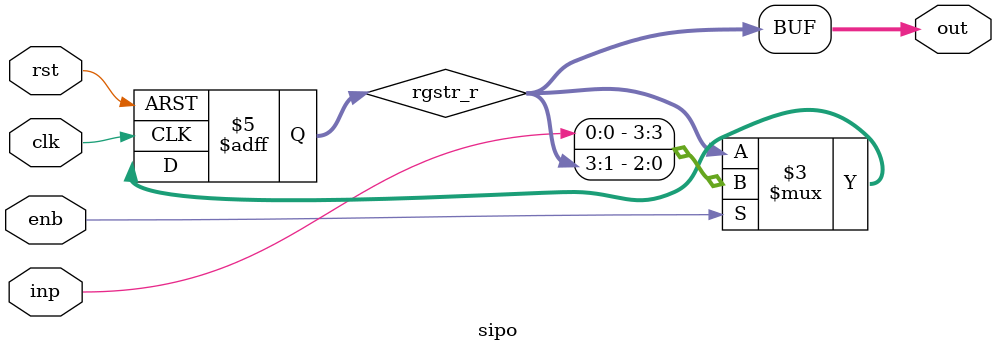
<source format=sv>
module sipo #(
parameter DW = 4
) (
input               clk,
input               rst,
input               enb,
input               inp,
output  [DW-1:0]    out
);

logic [DW-1:0]      rgstr_r;

always_ff@(posedge clk or negedge rst) begin: rgstr_label
    if(!rst)
        rgstr_r  <= '0;
    else if (enb)
        rgstr_r  <= {inp, rgstr_r[DW-1:1]};
end:rgstr_label

assign out  = rgstr_r;

endmodule

</source>
